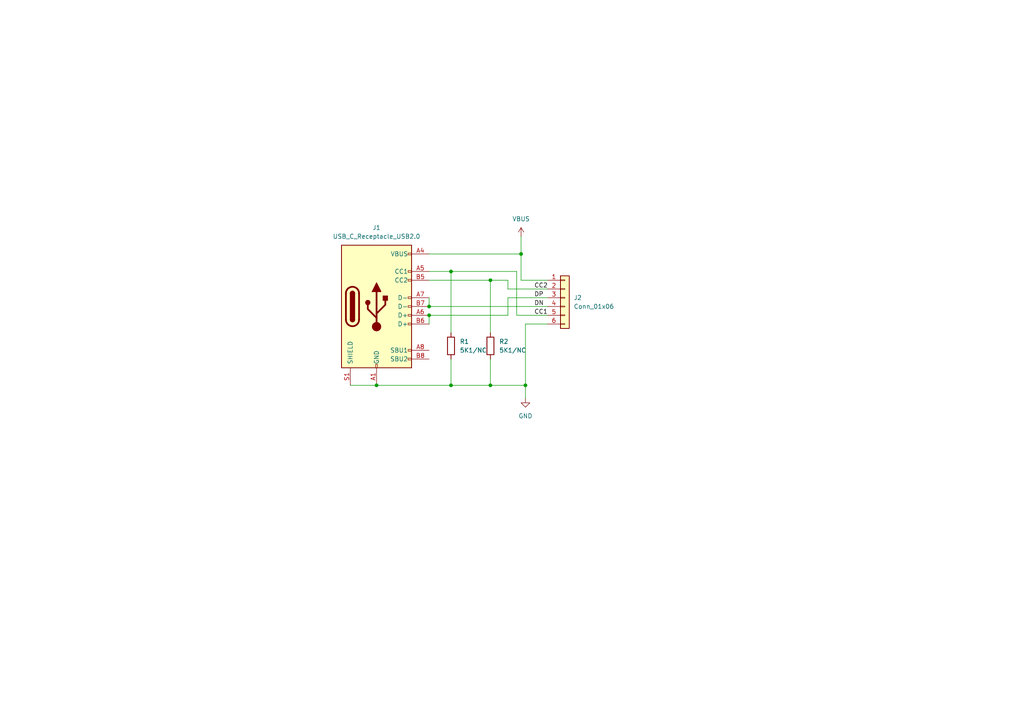
<source format=kicad_sch>
(kicad_sch (version 20211123) (generator eeschema)
  (paper "A4")
  (lib_symbols
    (symbol "Connector:USB_C_Receptacle_USB2.0" (pin_names (offset 1.016))
      (property "Reference" "J" (at -10.16 19.05 0))
      (property "Value" "USB_C_Receptacle_USB2.0" (at 19.05 19.05 0))
      (symbol "USB_C_Receptacle_USB2.0_0_0"
        (rectangle (start -0.254 -17.78) (end 0.254 -16.764))
        (rectangle (start 10.16 -14.986) (end 9.144 -15.494))
        (rectangle (start 10.16 -12.446) (end 9.144 -12.954))
        (rectangle (start 10.16 -4.826) (end 9.144 -5.334))
        (rectangle (start 10.16 -2.286) (end 9.144 -2.794))
        (rectangle (start 10.16 0.254) (end 9.144 -0.254))
        (rectangle (start 10.16 2.794) (end 9.144 2.286))
        (rectangle (start 10.16 7.874) (end 9.144 7.366))
        (rectangle (start 10.16 10.414) (end 9.144 9.906))
        (rectangle (start 10.16 15.494) (end 9.144 14.986))
      )
      (symbol "USB_C_Receptacle_USB2.0_0_1"
        (rectangle (start -10.16 17.78) (end 10.16 -17.78) (stroke (width 0.254)) (fill (type background)))
        (arc (start -8.89 -3.81) (mid -6.985 -5.715) (end -5.08 -3.81) (stroke (width 0.508)))
        (arc (start -7.62 -3.81) (mid -6.985 -4.445) (end -6.35 -3.81) (stroke (width 0.254)))
        (arc (start -7.62 -3.81) (mid -6.985 -4.445) (end -6.35 -3.81) (stroke (width 0.254)) (fill (type outline)))
        (rectangle (start -7.62 -3.81) (end -6.35 3.81) (stroke (width 0.254)) (fill (type outline)))
        (arc (start -6.35 3.81) (mid -6.985 4.445) (end -7.62 3.81) (stroke (width 0.254)))
        (arc (start -6.35 3.81) (mid -6.985 4.445) (end -7.62 3.81) (stroke (width 0.254)) (fill (type outline)))
        (arc (start -5.08 3.81) (mid -6.985 5.715) (end -8.89 3.81) (stroke (width 0.508)))
        (circle (center -2.54 1.143) (radius 0.635) (stroke (width 0.254)) (fill (type outline)))
        (circle (center 0 -5.842) (radius 1.27) (fill (type outline)))
        (polyline (pts (xy -8.89 -3.81) (xy -8.89 3.81)) (stroke (width 0.508)))
        (polyline (pts (xy -5.08 3.81) (xy -5.08 -3.81)) (stroke (width 0.508)))
        (polyline (pts (xy 0 -5.842) (xy 0 4.318)) (stroke (width 0.508)))
        (polyline (pts (xy 0 -3.302) (xy -2.54 -0.762) (xy -2.54 0.508)) (stroke (width 0.508)))
        (polyline (pts (xy 0 -2.032) (xy 2.54 0.508) (xy 2.54 1.778)) (stroke (width 0.508)))
        (polyline (pts (xy -1.27 4.318) (xy 0 6.858) (xy 1.27 4.318) (xy -1.27 4.318)) (stroke (width 0.254)) (fill (type outline)))
        (rectangle (start 1.905 1.778) (end 3.175 3.048) (stroke (width 0.254)) (fill (type outline)))
      )
      (symbol "USB_C_Receptacle_USB2.0_1_1"
        (pin passive line (at 0 -22.86 90) (length 5.08) (name "GND") (number "A1"))
        (pin passive line (at 0 -22.86 90) (length 5.08) hide (name "GND") (number "A12"))
        (pin passive line (at 15.24 15.24 180) (length 5.08) (name "VBUS") (number "A4"))
        (pin bidirectional line (at 15.24 10.16 180) (length 5.08) (name "CC1") (number "A5"))
        (pin bidirectional line (at 15.24 -2.54 180) (length 5.08) (name "D+") (number "A6"))
        (pin bidirectional line (at 15.24 2.54 180) (length 5.08) (name "D-") (number "A7"))
        (pin bidirectional line (at 15.24 -12.7 180) (length 5.08) (name "SBU1") (number "A8"))
        (pin passive line (at 15.24 15.24 180) (length 5.08) hide (name "VBUS") (number "A9"))
        (pin passive line (at 0 -22.86 90) (length 5.08) hide (name "GND") (number "B1"))
        (pin passive line (at 0 -22.86 90) (length 5.08) hide (name "GND") (number "B12"))
        (pin passive line (at 15.24 15.24 180) (length 5.08) hide (name "VBUS") (number "B4"))
        (pin bidirectional line (at 15.24 7.62 180) (length 5.08) (name "CC2") (number "B5"))
        (pin bidirectional line (at 15.24 -5.08 180) (length 5.08) (name "D+") (number "B6"))
        (pin bidirectional line (at 15.24 0 180) (length 5.08) (name "D-") (number "B7"))
        (pin bidirectional line (at 15.24 -15.24 180) (length 5.08) (name "SBU2") (number "B8"))
        (pin passive line (at 15.24 15.24 180) (length 5.08) hide (name "VBUS") (number "B9"))
        (pin passive line (at -7.62 -22.86 90) (length 5.08) (name "SHIELD") (number "S1"))
      )
    )
    (symbol "Connector_Generic:Conn_01x06" (pin_names (offset 1.016) hide)
      (property "Reference" "J" (at 0 7.62 0))
      (property "Value" "Conn_01x06" (at 0 -10.16 0))
      (symbol "Conn_01x06_1_1"
        (rectangle (start -1.27 -7.493) (end 0 -7.747) (stroke (width 0.1524)))
        (rectangle (start -1.27 -4.953) (end 0 -5.207) (stroke (width 0.1524)))
        (rectangle (start -1.27 -2.413) (end 0 -2.667) (stroke (width 0.1524)))
        (rectangle (start -1.27 0.127) (end 0 -0.127) (stroke (width 0.1524)))
        (rectangle (start -1.27 2.667) (end 0 2.413) (stroke (width 0.1524)))
        (rectangle (start -1.27 5.207) (end 0 4.953) (stroke (width 0.1524)))
        (rectangle (start -1.27 6.35) (end 1.27 -8.89) (stroke (width 0.254)) (fill (type background)))
        (pin passive line (at -5.08 5.08 0) (length 3.81) (name "Pin_1") (number "1"))
        (pin passive line (at -5.08 2.54 0) (length 3.81) (name "Pin_2") (number "2"))
        (pin passive line (at -5.08 0 0) (length 3.81) (name "Pin_3") (number "3"))
        (pin passive line (at -5.08 -2.54 0) (length 3.81) (name "Pin_4") (number "4"))
        (pin passive line (at -5.08 -5.08 0) (length 3.81) (name "Pin_5") (number "5"))
        (pin passive line (at -5.08 -7.62 0) (length 3.81) (name "Pin_6") (number "6"))
      )
    )
    (symbol "Device:R" (pin_numbers hide) (pin_names (offset 0))
      (property "Reference" "R" (at 2.032 0 90))
      (property "Value" "R" (at 0 0 90))
      (symbol "R_0_1"
        (rectangle (start -1.016 -2.54) (end 1.016 2.54) (stroke (width 0.254)))
      )
      (symbol "R_1_1"
        (pin passive line (at 0 3.81 270) (length 1.27) (name "~") (number "1"))
        (pin passive line (at 0 -3.81 90) (length 1.27) (name "~") (number "2"))
      )
    )
    (symbol "power:GND" (power) (pin_names (offset 0))
      (property "Value" "GND" (at 0 -3.81 0))
      (symbol "GND_0_1"
        (polyline (pts (xy 0 0) (xy 0 -1.27) (xy 1.27 -1.27) (xy 0 -2.54) (xy -1.27 -1.27) (xy 0 -1.27)))
      )
      (symbol "GND_1_1"
        (pin power_in line (at 0 0 270) (length 0) hide (name "GND") (number "1"))
      )
    )
    (symbol "power:VBUS" (power) (pin_names (offset 0))
      (property "Value" "VBUS" (at 0 3.81 0))
      (symbol "VBUS_0_1"
        (polyline (pts (xy -0.762 1.27) (xy 0 2.54)))
        (polyline (pts (xy 0 0) (xy 0 2.54)))
        (polyline (pts (xy 0 2.54) (xy 0.762 1.27)))
      )
      (symbol "VBUS_1_1"
        (pin power_in line (at 0 0 90) (length 0) hide (name "VBUS") (number "1"))
      )
    )
  )
  (junction (at 109.22 111.76))
  (junction (at 151.13 73.66))
  (junction (at 130.81 78.74))
  (junction (at 142.24 111.76))
  (junction (at 142.24 81.28))
  (junction (at 124.46 88.9))
  (junction (at 152.4 111.76))
  (junction (at 124.46 91.44))
  (junction (at 130.81 111.76))
  (wire (pts (xy 151.13 81.28) (xy 158.75 81.28)))
  (wire (pts (xy 124.46 81.28) (xy 142.24 81.28)))
  (wire (pts (xy 142.24 81.28) (xy 142.24 96.52)))
  (wire (pts (xy 124.46 78.74) (xy 130.81 78.74)))
  (wire (pts (xy 147.32 83.82) (xy 158.75 83.82)))
  (wire (pts (xy 130.81 78.74) (xy 149.86 78.74)))
  (wire (pts (xy 152.4 111.76) (xy 152.4 115.57)))
  (wire (pts (xy 101.6 111.76) (xy 109.22 111.76)))
  (wire (pts (xy 147.32 91.44) (xy 147.32 86.36)))
  (wire (pts (xy 124.46 91.44) (xy 124.46 93.98)))
  (wire (pts (xy 149.86 78.74) (xy 149.86 91.44)))
  (wire (pts (xy 124.46 73.66) (xy 151.13 73.66)))
  (wire (pts (xy 152.4 93.98) (xy 158.75 93.98)))
  (wire (pts (xy 142.24 81.28) (xy 147.32 81.28)))
  (wire (pts (xy 109.22 111.76) (xy 130.81 111.76)))
  (wire (pts (xy 151.13 68.58) (xy 151.13 73.66)))
  (wire (pts (xy 147.32 81.28) (xy 147.32 83.82)))
  (wire (pts (xy 142.24 111.76) (xy 152.4 111.76)))
  (wire (pts (xy 152.4 111.76) (xy 152.4 93.98)))
  (wire (pts (xy 130.81 78.74) (xy 130.81 96.52)))
  (wire (pts (xy 130.81 111.76) (xy 142.24 111.76)))
  (wire (pts (xy 124.46 86.36) (xy 124.46 88.9)))
  (wire (pts (xy 130.81 104.14) (xy 130.81 111.76)))
  (wire (pts (xy 149.86 91.44) (xy 158.75 91.44)))
  (wire (pts (xy 142.24 104.14) (xy 142.24 111.76)))
  (wire (pts (xy 147.32 86.36) (xy 158.75 86.36)))
  (wire (pts (xy 151.13 73.66) (xy 151.13 81.28)))
  (wire (pts (xy 124.46 91.44) (xy 147.32 91.44)))
  (wire (pts (xy 124.46 88.9) (xy 158.75 88.9)))
  (label "CC1" (at 154.94 91.44 0))
  (label "DN" (at 154.94 88.9 0))
  (label "CC2" (at 154.94 83.82 0))
  (label "DP" (at 154.94 86.36 0))
  (symbol (lib_id "power:GND") (at 152.4 115.57 0) (unit 1)
    (property "Reference" "#PWR0101" (effects hide))
    (property "Value" "GND" (at 152.4 120.65 0))
  )
  (symbol (lib_id "Connector_Generic:Conn_01x06") (at 163.83 86.36 0) (unit 1)
    (property "Reference" "J2" (at 166.37 86.3599 0) (effects (justify left)))
    (property "Value" "Conn_01x06" (at 166.37 88.8999 0) (effects (justify left)))
    (property "Footprint" "Connector_PinSocket_2.54mm:PinSocket_1x06_P2.54mm_Horizontal" (effects hide))
  )
  (symbol (lib_id "power:VBUS") (at 151.13 68.58 0) (unit 1)
    (property "Reference" "#PWR0102" (effects hide))
    (property "Value" "VBUS" (at 151.13 63.5 0))
  )
  (symbol (lib_id "Device:R") (at 130.81 100.33 0) (unit 1)
    (property "Reference" "R1" (at 133.35 99.0599 0) (effects (justify left)))
    (property "Value" "5K1/NC" (at 133.35 101.5999 0) (effects (justify left)))
    (property "Footprint" "Resistor_SMD:R_0603_1608Metric_Pad0.98x0.95mm_HandSolder" (effects hide))
  )
  (symbol (lib_id "Device:R") (at 142.24 100.33 0) (unit 1)
    (property "Reference" "R2" (at 144.78 99.0599 0) (effects (justify left)))
    (property "Value" "5K1/NC" (at 144.78 101.5999 0) (effects (justify left)))
    (property "Footprint" "Resistor_SMD:R_0603_1608Metric_Pad0.98x0.95mm_HandSolder" (effects hide))
  )
  (symbol (lib_id "Connector:USB_C_Receptacle_USB2.0") (at 109.22 88.9 0) (unit 1)
    (property "Reference" "J1" (at 109.22 66.04 0))
    (property "Value" "USB_C_Receptacle_USB2.0" (at 109.22 68.58 0))
    (property "Footprint" "Connector_USB:USB_C_Receptacle_HRO_TYPE-C-31-M-12" (effects hide))
    (property "Datasheet" "https://www.usb.org/sites/default/files/documents/usb_type-c.zip" (effects hide))
  )
)
</source>
